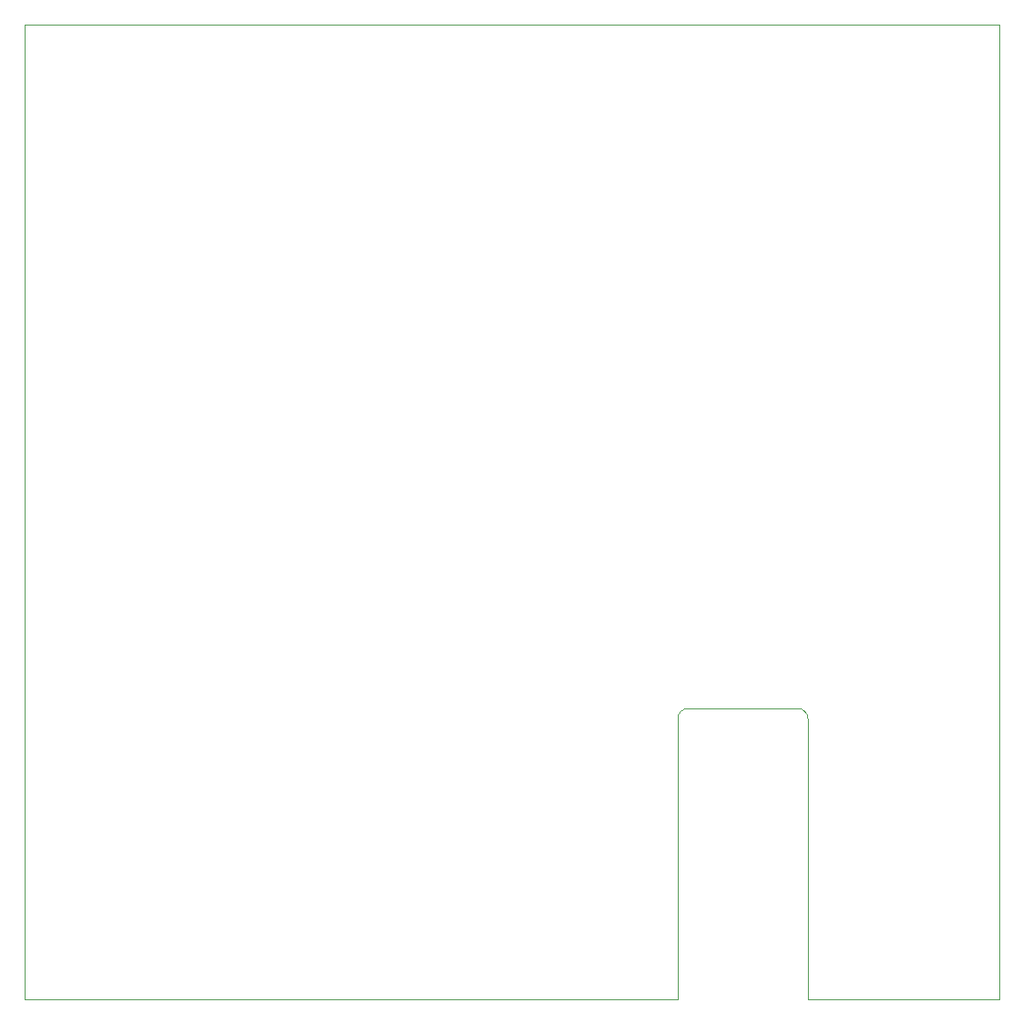
<source format=gbr>
%TF.GenerationSoftware,KiCad,Pcbnew,8.0.8*%
%TF.CreationDate,2025-06-01T20:52:10+02:00*%
%TF.ProjectId,DIYFAN_V1,44495946-414e-45f5-9631-2e6b69636164,rev?*%
%TF.SameCoordinates,Original*%
%TF.FileFunction,Profile,NP*%
%FSLAX46Y46*%
G04 Gerber Fmt 4.6, Leading zero omitted, Abs format (unit mm)*
G04 Created by KiCad (PCBNEW 8.0.8) date 2025-06-01 20:52:10*
%MOMM*%
%LPD*%
G01*
G04 APERTURE LIST*
%TA.AperFunction,Profile*%
%ADD10C,0.050000*%
%TD*%
G04 APERTURE END LIST*
D10*
X178308000Y-135890000D02*
X178308000Y-38862000D01*
X178308000Y-38862000D02*
X81280000Y-38862000D01*
X146304000Y-135890000D02*
X146304000Y-107950000D01*
X147320000Y-106934000D02*
X158242000Y-106934000D01*
X159258000Y-135890000D02*
X178308000Y-135890000D01*
X81280000Y-135890000D02*
X146304000Y-135890000D01*
X158242000Y-106934000D02*
G75*
G02*
X159258000Y-107950000I0J-1016000D01*
G01*
X159258000Y-107950000D02*
X159258000Y-135890000D01*
X81280000Y-38862000D02*
X81280000Y-135890000D01*
X146304000Y-107950000D02*
G75*
G02*
X147320000Y-106934000I1016000J0D01*
G01*
M02*

</source>
